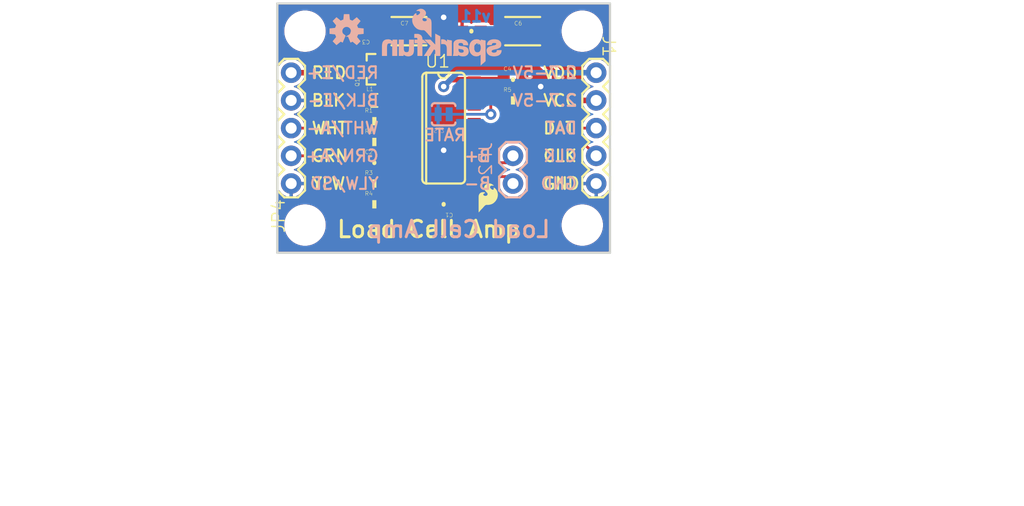
<source format=kicad_pcb>
(kicad_pcb (version 20240108) (generator "pcbnew") (generator_version "8.0")
  (layers (0 "F.Cu" signal) (31 "B.Cu" signal) (34 "B.Paste" user) (35 "F.Paste" user) (36 "B.SilkS" user "B.Silkscreen") (37 "F.SilkS" user "F.Silkscreen") (38 "B.Mask" user) (39 "F.Mask" user) (44 "Edge.Cuts" user))
  (net 0 "")
  (net 1 "GND")
  (net 2 "VCC")
  (net 3 "DAT")
  (net 4 "SCK")
  (net 5 "N$4")
  (net 6 "N$6")
  (net 7 "N$7")
  (net 8 "N$5")
  (net 9 "N$1")
  (net 10 "N$2")
  (net 11 "N$3")
  (net 12 "A-")
  (net 13 "A+")
  (net 14 "B+")
  (net 15 "B-")
  (net 16 "VDD")
  (net 17 "AVDD")
  (footprint "SparkFun_HX711_Load_Cell:1210" (layer "F.Cu") (at 155.7401 96.1136)
    (property "Reference" "C6" (at -0.8 -0.5 0) (layer "F.SilkS") (effects (font (size 0.373888 0.373888) (thickness 0.032512)) (justify left bottom)))
    (property "Value" "10uF")
    (pad "1" smd rect (at -1.6 0) (size 1.2 2) (layers "F.Cu" "F.Paste" "F.Mask") (net 2 "VCC"))
    (pad "2" smd rect (at 1.6 0) (size 1.2 2) (layers "F.Cu" "F.Paste" "F.Mask") (net 1 "GND"))
  )
  (footprint "SparkFun_HX711_Load_Cell:0603-RES" (layer "F.Cu") (at 154.8511 102.4636)
    (property "Reference" "R5" (at -0.889 -0.762 0) (layer "F.SilkS") (effects (font (size 0.373888 0.373888) (thickness 0.032512)) (justify left bottom)))
    (property "Value" "10K")
    (pad "1" smd rect (at -0.85 0) (size 1.1 1) (layers "F.Cu" "F.Paste" "F.Mask") (net 9 "N$1"))
    (pad "2" smd rect (at 0.85 0) (size 1.1 1) (layers "F.Cu" "F.Paste" "F.Mask") (net 2 "VCC"))
  )
  (footprint "SparkFun_HX711_Load_Cell:0805" (layer "F.Cu") (at 142.1511 102.4636)
    (property "Reference" "L1" (at -0.762 -0.8255 0) (layer "F.SilkS") (effects (font (size 0.373888 0.373888) (thickness 0.032512)) (justify left bottom)))
    (property "Value" "3.3uH")
    (pad "1" smd rect (at -0.9 0) (size 0.8 1.2) (layers "F.Cu" "F.Paste" "F.Mask") (net 17 "AVDD"))
    (pad "2" smd rect (at 0.9 0) (size 0.8 1.2) (layers "F.Cu" "F.Paste" "F.Mask") (net 8 "N$5"))
  )
  (footprint "SparkFun_HX711_Load_Cell:0603-CAP" (layer "F.Cu") (at 148.5011 111.9886 180)
    (property "Reference" "C1" (at -0.889 -0.762 180) (layer "F.SilkS") (effects (font (size 0.373888 0.373888) (thickness 0.032512)) (justify left bottom)))
    (property "Value" "0.1uF")
    (pad "1" smd rect (at -0.85 0 180) (size 1.1 1) (layers "F.Cu" "F.Paste" "F.Mask") (net 10 "N$2"))
    (pad "2" smd rect (at 0.85 0 180) (size 1.1 1) (layers "F.Cu" "F.Paste" "F.Mask") (net 11 "N$3"))
  )
  (footprint "SparkFun_HX711_Load_Cell:FIDUCIAL-1X2" (layer "F.Cu") (at 138.3411 97.3836)
    (property "Reference" "FID1" (hide yes))
    (property "Value" "FIDUCIAL1X2" (hide yes))
    (pad "1" smd roundrect (at 0 0) (size 1 1) (layers "F.Cu" "F.Mask") (roundrect_rratio 0.5))
  )
  (footprint "SparkFun_HX711_Load_Cell:0603-RES" (layer "F.Cu") (at 142.1511 110.0836)
    (property "Reference" "R3" (at -0.889 -0.762 0) (layer "F.SilkS") (effects (font (size 0.373888 0.373888) (thickness 0.032512)) (justify left bottom)))
    (property "Value" "100")
    (pad "1" smd rect (at -0.85 0) (size 1.1 1) (layers "F.Cu" "F.Paste" "F.Mask") (net 12 "A-"))
    (pad "2" smd rect (at 0.85 0) (size 1.1 1) (layers "F.Cu" "F.Paste" "F.Mask") (net 10 "N$2"))
  )
  (footprint "SparkFun_HX711_Load_Cell:FIDUCIAL-1X2" (layer "F.Cu") (at 158.6611 112.6236)
    (property "Reference" "FID2" (hide yes))
    (property "Value" "FIDUCIAL1X2" (hide yes))
    (pad "1" smd roundrect (at 0 0) (size 1 1) (layers "F.Cu" "F.Mask") (roundrect_rratio 0.5))
  )
  (footprint "SparkFun_HX711_Load_Cell:REVISION" (layer "F.Cu") (at 140.2461 139.2936)
    (property "Reference" "U$1" (hide yes))
    (property "Value" "REVISION" (hide yes))
  )
  (footprint "SparkFun_HX711_Load_Cell:STAND-OFF" (layer "F.Cu") (at 135.8011 113.8936)
    (property "Reference" "STANDOFF1" (hide yes))
    (property "Value" "STAND-OFF" (hide yes))
    (pad "" np_thru_hole circle (at 0 0) (size 3.302 3.302) (drill 3.302) (layers "*.Cu" "*.Mask"))
  )
  (footprint "SparkFun_HX711_Load_Cell:STAND-OFF" (layer "F.Cu") (at 161.2011 96.1136)
    (property "Reference" "STANDOFF4" (hide yes))
    (property "Value" "STAND-OFF" (hide yes))
    (pad "" np_thru_hole circle (at 0 0) (size 3.302 3.302) (drill 3.302) (layers "*.Cu" "*.Mask"))
  )
  (footprint "SparkFun_HX711_Load_Cell:0603-RES" (layer "F.Cu") (at 142.1511 111.9886)
    (property "Reference" "R4" (at -0.889 -0.762 0) (layer "F.SilkS") (effects (font (size 0.373888 0.373888) (thickness 0.032512)) (justify left bottom)))
    (property "Value" "100")
    (pad "1" smd rect (at -0.85 0) (size 1.1 1) (layers "F.Cu" "F.Paste" "F.Mask") (net 13 "A+"))
    (pad "2" smd rect (at 0.85 0) (size 1.1 1) (layers "F.Cu" "F.Paste" "F.Mask") (net 11 "N$3"))
  )
  (footprint "SparkFun_HX711_Load_Cell:1210" (layer "F.Cu") (at 145.3261 96.1136)
    (property "Reference" "C7" (at -0.8 -0.5 0) (layer "F.SilkS") (effects (font (size 0.373888 0.373888) (thickness 0.032512)) (justify left bottom)))
    (property "Value" "10uF")
    (pad "1" smd rect (at -1.6 0) (size 1.2 2) (layers "F.Cu" "F.Paste" "F.Mask") (net 17 "AVDD"))
    (pad "2" smd rect (at 1.6 0) (size 1.2 2) (layers "F.Cu" "F.Paste" "F.Mask") (net 1 "GND"))
  )
  (footprint "SparkFun_HX711_Load_Cell:0603-CAP" (layer "F.Cu") (at 151.0411 96.1136 180)
    (property "Reference" "C5" (at -0.889 -0.762 180) (layer "F.SilkS") (effects (font (size 0.373888 0.373888) (thickness 0.032512)) (justify left bottom)))
    (property "Value" "0.1uF")
    (pad "1" smd rect (at -0.85 0 180) (size 1.1 1) (layers "F.Cu" "F.Paste" "F.Mask") (net 2 "VCC"))
    (pad "2" smd rect (at 0.85 0 180) (size 1.1 1) (layers "F.Cu" "F.Paste" "F.Mask") (net 1 "GND"))
  )
  (footprint "SparkFun_HX711_Load_Cell:SFE_LOGO_FLAME_.1" (layer "F.Cu") (at 151.4221 113.0046)
    (property "Reference" "LOGO3" (hide yes))
    (property "Value" "SFE_LOGO_FLAME.1_INCH" (hide yes))
  )
  (footprint "SparkFun_HX711_Load_Cell:1X05" (layer "F.Cu") (at 134.5311 110.0836 90)
    (property "Reference" "JP4" (at -1.3462 -1.8288 90) (layer "F.SilkS") (effects (font (size 1.143 1.143) (thickness 0.127)) (justify right top)))
    (property "Value" "")
    (pad "1" thru_hole circle (at 0 0 180) (size 1.8796 1.8796) (drill 1.016) (layers "*.Cu" "*.Mask") (net 1 "GND"))
    (pad "2" thru_hole circle (at 2.54 0 180) (size 1.8796 1.8796) (drill 1.016) (layers "*.Cu" "*.Mask") (net 13 "A+"))
    (pad "3" thru_hole circle (at 5.08 0 180) (size 1.8796 1.8796) (drill 1.016) (layers "*.Cu" "*.Mask") (net 12 "A-"))
    (pad "4" thru_hole circle (at 7.62 0 180) (size 1.8796 1.8796) (drill 1.016) (layers "*.Cu" "*.Mask") (net 1 "GND"))
    (pad "5" thru_hole circle (at 10.16 0 180) (size 1.8796 1.8796) (drill 1.016) (layers "*.Cu" "*.Mask") (net 17 "AVDD"))
  )
  (footprint "SparkFun_HX711_Load_Cell:0603-CAP" (layer "F.Cu") (at 154.8511 100.5586)
    (property "Reference" "C4" (at -0.889 -0.762 0) (layer "F.SilkS") (effects (font (size 0.373888 0.373888) (thickness 0.032512)) (justify left bottom)))
    (property "Value" "0.1uF")
    (pad "1" smd rect (at -0.85 0) (size 1.1 1) (layers "F.Cu" "F.Paste" "F.Mask") (net 16 "VDD"))
    (pad "2" smd rect (at 0.85 0) (size 1.1 1) (layers "F.Cu" "F.Paste" "F.Mask") (net 1 "GND"))
  )
  (footprint "SparkFun_HX711_Load_Cell:0603-CAP" (layer "F.Cu") (at 140.8811 96.1136 180)
    (property "Reference" "C3" (at -0.889 -0.762 180) (layer "F.SilkS") (effects (font (size 0.373888 0.373888) (thickness 0.032512)) (justify left bottom)))
    (property "Value" "0.1uF")
    (pad "1" smd rect (at -0.85 0 180) (size 1.1 1) (layers "F.Cu" "F.Paste" "F.Mask") (net 17 "AVDD"))
    (pad "2" smd rect (at 0.85 0 180) (size 1.1 1) (layers "F.Cu" "F.Paste" "F.Mask") (net 1 "GND"))
  )
  (footprint "SparkFun_HX711_Load_Cell:0603-RES" (layer "F.Cu") (at 142.1511 104.3686)
    (property "Reference" "R1" (at -0.889 -0.762 0) (layer "F.SilkS") (effects (font (size 0.373888 0.373888) (thickness 0.032512)) (justify left bottom)))
    (property "Value" "20k")
    (pad "1" smd rect (at -0.85 0) (size 1.1 1) (layers "F.Cu" "F.Paste" "F.Mask") (net 6 "N$6"))
    (pad "2" smd rect (at 0.85 0) (size 1.1 1) (layers "F.Cu" "F.Paste" "F.Mask") (net 8 "N$5"))
  )
  (footprint "SparkFun_HX711_Load_Cell:SO16" (layer "F.Cu") (at 148.5011 105.0036 -90)
    (property "Reference" "U1" (at -5.461 1.778 0) (layer "F.SilkS") (effects (font (size 1.143 1.143) (thickness 0.127)) (justify left bottom)))
    (property "Value" "HX711")
    (pad "1" smd rect (at -4.445 2.8 270) (size 0.6 1.2) (layers "F.Cu" "F.Paste" "F.Mask") (net 2 "VCC"))
    (pad "2" smd rect (at -3.175 2.8 270) (size 0.6 1.2) (layers "F.Cu" "F.Paste" "F.Mask") (net 5 "N$4"))
    (pad "3" smd rect (at -1.905 2.8 270) (size 0.6 1.2) (layers "F.Cu" "F.Paste" "F.Mask") (net 8 "N$5"))
    (pad "4" smd rect (at -0.635 2.8 270) (size 0.6 1.2) (layers "F.Cu" "F.Paste" "F.Mask") (net 6 "N$6"))
    (pad "5" smd rect (at 0.635 2.8 270) (size 0.6 1.2) (layers "F.Cu" "F.Paste" "F.Mask") (net 1 "GND"))
    (pad "6" smd rect (at 1.905 2.8 270) (size 0.6 1.2) (layers "F.Cu" "F.Paste" "F.Mask") (net 7 "N$7"))
    (pad "7" smd rect (at 3.175 2.8 270) (size 0.6 1.2) (layers "F.Cu" "F.Paste" "F.Mask") (net 10 "N$2"))
    (pad "8" smd rect (at 4.445 2.8 270) (size 0.6 1.2) (layers "F.Cu" "F.Paste" "F.Mask") (net 11 "N$3"))
    (pad "9" smd rect (at 4.445 -2.8 270) (size 0.6 1.2) (layers "F.Cu" "F.Paste" "F.Mask") (net 15 "B-"))
    (pad "10" smd rect (at 3.175 -2.8 270) (size 0.6 1.2) (layers "F.Cu" "F.Paste" "F.Mask") (net 14 "B+"))
    (pad "11" smd rect (at 1.905 -2.8 270) (size 0.6 1.2) (layers "F.Cu" "F.Paste" "F.Mask") (net 4 "SCK"))
    (pad "12" smd rect (at 0.635 -2.8 270) (size 0.6 1.2) (layers "F.Cu" "F.Paste" "F.Mask") (net 3 "DAT"))
    (pad "13" smd rect (at -0.635 -2.8 270) (size 0.6 1.2) (layers "F.Cu" "F.Paste" "F.Mask"))
    (pad "14" smd rect (at -1.905 -2.8 270) (size 0.6 1.2) (layers "F.Cu" "F.Paste" "F.Mask") (net 1 "GND"))
    (pad "15" smd rect (at -3.175 -2.8 270) (size 0.6 1.2) (layers "F.Cu" "F.Paste" "F.Mask") (net 9 "N$1"))
    (pad "16" smd rect (at -4.445 -2.8 270) (size 0.6 1.2) (layers "F.Cu" "F.Paste" "F.Mask") (net 16 "VDD"))
  )
  (footprint "SparkFun_HX711_Load_Cell:STAND-OFF" (layer "F.Cu") (at 161.2011 113.8936)
    (property "Reference" "STANDOFF2" (hide yes))
    (property "Value" "STAND-OFF" (hide yes))
    (pad "" np_thru_hole circle (at 0 0) (size 3.302 3.302) (drill 3.302) (layers "*.Cu" "*.Mask"))
  )
  (footprint "SparkFun_HX711_Load_Cell:1X05" (layer "F.Cu") (at 162.4711 99.9236 -90)
    (property "Reference" "J1" (at -1.3462 -1.8288 -90) (layer "F.SilkS") (effects (font (size 1.143 1.143) (thickness 0.127)) (justify right top)))
    (property "Value" "")
    (pad "1" thru_hole circle (at 0 0) (size 1.8796 1.8796) (drill 1.016) (layers "*.Cu" "*.Mask") (net 16 "VDD"))
    (pad "2" thru_hole circle (at 2.54 0) (size 1.8796 1.8796) (drill 1.016) (layers "*.Cu" "*.Mask") (net 2 "VCC"))
    (pad "3" thru_hole circle (at 5.08 0) (size 1.8796 1.8796) (drill 1.016) (layers "*.Cu" "*.Mask") (net 3 "DAT"))
    (pad "4" thru_hole circle (at 7.62 0) (size 1.8796 1.8796) (drill 1.016) (layers "*.Cu" "*.Mask") (net 4 "SCK"))
    (pad "5" thru_hole circle (at 10.16 0) (size 1.8796 1.8796) (drill 1.016) (layers "*.Cu" "*.Mask") (net 1 "GND"))
  )
  (footprint "SparkFun_HX711_Load_Cell:SOT23-3" (layer "F.Cu") (at 142.1511 99.6061 90)
    (property "Reference" "Q1" (at -0.8255 -1.778 90) (layer "F.SilkS") (effects (font (size 0.373888 0.373888) (thickness 0.032512)) (justify right top)))
    (property "Value" "MMBT4403")
    (pad "1" smd rect (at -0.95 1 90) (size 0.8 0.9) (layers "F.Cu" "F.Paste" "F.Mask") (net 5 "N$4"))
    (pad "2" smd rect (at 0.95 1 90) (size 0.8 0.9) (layers "F.Cu" "F.Paste" "F.Mask") (net 2 "VCC"))
    (pad "3" smd rect (at 0 -1.1 90) (size 0.8 0.9) (layers "F.Cu" "F.Paste" "F.Mask") (net 8 "N$5"))
  )
  (footprint "SparkFun_HX711_Load_Cell:0603-RES" (layer "F.Cu") (at 142.1511 106.2736)
    (property "Reference" "R2" (at -0.889 -0.762 0) (layer "F.SilkS") (effects (font (size 0.373888 0.373888) (thickness 0.032512)) (justify left bottom)))
    (property "Value" "8.2K")
    (pad "1" smd rect (at -0.85 0) (size 1.1 1) (layers "F.Cu" "F.Paste" "F.Mask") (net 1 "GND"))
    (pad "2" smd rect (at 0.85 0) (size 1.1 1) (layers "F.Cu" "F.Paste" "F.Mask") (net 6 "N$6"))
  )
  (footprint "SparkFun_HX711_Load_Cell:CREATIVE_COMMONS" (layer "F.Cu") (at 128.1811 135.4836)
    (property "Reference" "FRAME1" (hide yes))
    (property "Value" "FRAME-LETTER" (hide yes))
  )
  (footprint "SparkFun_HX711_Load_Cell:0603-CAP" (layer "F.Cu") (at 142.1511 108.1786)
    (property "Reference" "C2" (at -0.889 -0.762 0) (layer "F.SilkS") (effects (font (size 0.373888 0.373888) (thickness 0.032512)) (justify left bottom)))
    (property "Value" "0.1uF")
    (pad "1" smd rect (at -0.85 0) (size 1.1 1) (layers "F.Cu" "F.Paste" "F.Mask") (net 1 "GND"))
    (pad "2" smd rect (at 0.85 0) (size 1.1 1) (layers "F.Cu" "F.Paste" "F.Mask") (net 7 "N$7"))
  )
  (footprint "SparkFun_HX711_Load_Cell:STAND-OFF" (layer "F.Cu") (at 135.8011 96.1136)
    (property "Reference" "STANDOFF3" (hide yes))
    (property "Value" "STAND-OFF" (hide yes))
    (pad "" np_thru_hole circle (at 0 0) (size 3.302 3.302) (drill 3.302) (layers "*.Cu" "*.Mask"))
  )
  (footprint "SparkFun_HX711_Load_Cell:1X02" (layer "B.Cu") (at 154.8511 107.5436 -90)
    (property "Reference" "JP2" (at -1.3462 1.8288 90) (layer "B.SilkS") (effects (font (size 1.143 1.143) (thickness 0.127)) (justify left bottom mirror)))
    (property "Value" "")
    (pad "1" thru_hole circle (at 0 0 180) (size 1.8796 1.8796) (drill 1.016) (layers "*.Cu" "*.Mask") (net 14 "B+"))
    (pad "2" thru_hole circle (at 2.54 0 180) (size 1.8796 1.8796) (drill 1.016) (layers "*.Cu" "*.Mask") (net 15 "B-"))
  )
  (footprint "SparkFun_HX711_Load_Cell:OSHW-LOGO-S" (layer "B.Cu") (at 139.6111 96.1136 180)
    (property "Reference" "U7" (hide yes))
    (property "Value" "OSHW-LOGOS" (hide yes))
  )
  (footprint "SparkFun_HX711_Load_Cell:SFE_LOGO_NAME_FLAME_.1" (layer "B.Cu") (at 154.2161 99.2886 180)
    (property "Reference" "LOGO1" (hide yes))
    (property "Value" "SFE_LOGO_NAME_FLAME.1_INCH" (hide yes))
  )
  (footprint "SparkFun_HX711_Load_Cell:PAD-JUMPER-2-NC_BY_TRACE_YES_SILK" (layer "B.Cu") (at 148.5011 103.7336)
    (property "Reference" "SJ2" (at -0.9525 1.27 180) (layer "B.SilkS") (effects (font (size 0.373888 0.373888) (thickness 0.032512)) (justify left bottom mirror)))
    (property "Value" "")
    (fp_line (start 0.381 0) (end -0.381 0) (stroke (width 0.254)) (layer "B.Cu"))
    (pad "1" smd rect (at -0.508 0) (size 0.635 1.27) (layers "B.Cu" "B.Mask") (net 1 "GND"))
    (pad "2" smd rect (at 0.508 0) (size 0.635 1.27) (layers "B.Cu" "B.Mask") (net 9 "N$1"))
  )
  (gr_line (start 133.2611 93.5736) (end 163.7411 93.5736) (stroke (width 0.2032)) (layer "Edge.Cuts"))
  (gr_line (start 133.2611 116.4336) (end 133.2611 93.5736) (stroke (width 0.2032)) (layer "Edge.Cuts"))
  (gr_line (start 163.7411 93.5736) (end 163.7411 116.4336) (stroke (width 0.2032)) (layer "Edge.Cuts"))
  (gr_line (start 163.7411 116.4336) (end 133.2611 116.4336) (stroke (width 0.2032)) (layer "Edge.Cuts"))
  (gr_text "v11" (at 152.9461 95.3516 0) (layer "B.Cu") (effects (font (size 1.016 1.016) (thickness 0.254)) (justify left bottom mirror)))
  (gr_text "B+" (at 152.9461 108.1786 0) (layer "B.SilkS") (effects (font (size 1.0795 1.0795) (thickness 0.1905)) (justify left bottom mirror)))
  (gr_text "GND" (at 160.8201 110.7186 0) (layer "B.SilkS") (effects (font (size 1.0795 1.0795) (thickness 0.1905)) (justify left bottom mirror)))
  (gr_text "WHT/A-" (at 142.6591 105.6386 0) (layer "B.SilkS") (effects (font (size 1.0795 1.0795) (thickness 0.1905)) (justify left bottom mirror)))
  (gr_text "GRN/A+" (at 142.6591 108.1786 0) (layer "B.SilkS") (effects (font (size 1.0795 1.0795) (thickness 0.1905)) (justify left bottom mirror)))
  (gr_text "YLW/SD" (at 142.6591 110.7186 0) (layer "B.SilkS") (effects (font (size 1.0795 1.0795) (thickness 0.1905)) (justify left bottom mirror)))
  (gr_text "DAT" (at 160.8201 105.6386 0) (layer "B.SilkS") (effects (font (size 1.0795 1.0795) (thickness 0.1905)) (justify left bottom mirror)))
  (gr_text "Load Cell Amp" (at 158.4071 115.1636 0) (layer "B.SilkS") (effects (font (size 1.5113 1.5113) (thickness 0.2667)) (justify left bottom mirror)))
  (gr_text "B-" (at 152.9461 110.7186 0) (layer "B.SilkS") (effects (font (size 1.0795 1.0795) (thickness 0.1905)) (justify left bottom mirror)))
  (gr_text "2.7-5V" (at 160.8201 103.0986 0) (layer "B.SilkS") (effects (font (size 1.0795 1.0795) (thickness 0.1905)) (justify left bottom mirror)))
  (gr_text "BLK/E-" (at 142.6591 103.0986 0) (layer "B.SilkS") (effects (font (size 1.0795 1.0795) (thickness 0.1905)) (justify left bottom mirror)))
  (gr_text "RATE" (at 150.6601 106.2736 0) (layer "B.SilkS") (effects (font (size 1.0795 1.0795) (thickness 0.1905)) (justify left bottom mirror)))
  (gr_text "RED/E+" (at 142.6591 100.5586 0) (layer "B.SilkS") (effects (font (size 1.0795 1.0795) (thickness 0.1905)) (justify left bottom mirror)))
  (gr_text "CLK" (at 160.8201 108.1786 0) (layer "B.SilkS") (effects (font (size 1.0795 1.0795) (thickness 0.1905)) (justify left bottom mirror)))
  (gr_text "2.7-5V" (at 160.8201 100.5586 0) (layer "B.SilkS") (effects (font (size 1.0795 1.0795) (thickness 0.1905)) (justify left bottom mirror)))
  (gr_text "VCC" (at 157.5181 103.0986 0) (layer "F.SilkS") (effects (font (size 1.0795 1.0795) (thickness 0.1905)) (justify left bottom)))
  (gr_text "YLW" (at 136.3091 110.7186 0) (layer "F.SilkS") (effects (font (size 1.0795 1.0795) (thickness 0.1905)) (justify left bottom)))
  (gr_text "Load Cell Amp" (at 138.5951 115.1636 0) (layer "F.SilkS") (effects (font (size 1.5113 1.5113) (thickness 0.2667)) (justify left bottom)))
  (gr_text "GRN" (at 136.3091 108.1786 0) (layer "F.SilkS") (effects (font (size 1.0795 1.0795) (thickness 0.1905)) (justify left bottom)))
  (gr_text "BLK" (at 136.3091 103.0986 0) (layer "F.SilkS") (effects (font (size 1.0795 1.0795) (thickness 0.1905)) (justify left bottom)))
  (gr_text "DAT" (at 157.5181 105.6386 0) (layer "F.SilkS") (effects (font (size 1.0795 1.0795) (thickness 0.1905)) (justify left bottom)))
  (gr_text "VDD" (at 157.5181 100.5586 0) (layer "F.SilkS") (effects (font (size 1.0795 1.0795) (thickness 0.1905)) (justify left bottom)))
  (gr_text "CLK" (at 157.5181 108.1786 0) (layer "F.SilkS") (effects (font (size 1.0795 1.0795) (thickness 0.1905)) (justify left bottom)))
  (gr_text "RED" (at 136.3091 100.5586 0) (layer "F.SilkS") (effects (font (size 1.0795 1.0795) (thickness 0.1905)) (justify left bottom)))
  (gr_text "GND" (at 157.5181 110.7186 0) (layer "F.SilkS") (effects (font (size 1.0795 1.0795) (thickness 0.1905)) (justify left bottom)))
  (gr_text "WHT" (at 136.3091 105.6386 0) (layer "F.SilkS") (effects (font (size 1.0795 1.0795) (thickness 0.1905)) (justify left bottom)))
  (via (at 148.5011 107.0356) (size 1.016) (drill 0.508) (layers "F.Cu" "B.Cu") (net 1))
  (via (at 148.5011 94.8436) (size 1.016) (drill 0.508) (layers "F.Cu" "B.Cu") (net 1))
  (via (at 157.3911 101.1936) (size 1.016) (drill 0.508) (layers "F.Cu" "B.Cu") (net 1))
  (segment (start 152.9461 98.6536) (end 152.9461 96.1136) (width 0.508) (layer "F.Cu") (net 2))
  (segment (start 151.2951 98.6536) (end 145.7011 98.6536) (width 0.508) (layer "F.Cu") (net 2))
  (segment (start 158.6611 102.4636) (end 162.4711 102.4636) (width 0.508) (layer "F.Cu") (net 2))
  (segment (start 158.6611 99.9236) (end 157.3911 98.6536) (width 0.508) (layer "F.Cu") (net 2))
  (segment (start 145.7011 98.6536) (end 143.1511 98.6536) (width 0.508) (layer "F.Cu") (net 2))
  (segment (start 158.6611 102.4636) (end 158.6611 99.9236) (width 0.508) (layer "F.Cu") (net 2))
  (segment (start 145.7011 100.5586) (end 145.7011 98.6536) (width 0.508) (layer "F.Cu") (net 2))
  (segment (start 151.8911 96.1136) (end 152.9461 96.1136) (width 0.508) (layer "F.Cu") (net 2))
  (segment (start 151.3011 98.6596) (end 151.2951 98.6536) (width 0.508) (layer "F.Cu") (net 2))
  (segment (start 157.3911 98.6536) (end 152.9461 98.6536) (width 0.508) (layer "F.Cu") (net 2))
  (segment (start 143.1511 98.6561) (end 143.1511 98.6536) (width 0.508) (layer "F.Cu") (net 2))
  (segment (start 151.2951 98.6536) (end 152.9461 98.6536) (width 0.508) (layer "F.Cu") (net 2))
  (segment (start 155.7011 102.4636) (end 158.6611 102.4636) (width 0.508) (layer "F.Cu") (net 2))
  (segment (start 152.9461 96.1136) (end 154.1401 96.1136) (width 0.508) (layer "F.Cu") (net 2))
  (segment (start 152.9461 105.6386) (end 153.5811 105.0036) (width 0.254) (layer "F.Cu") (net 3))
  (segment (start 153.5811 105.0036) (end 162.4711 105.0036) (width 0.254) (layer "F.Cu") (net 3))
  (segment (start 151.3011 105.6386) (end 152.9461 105.6386) (width 0.254) (layer "F.Cu") (net 3))
  (segment (start 161.2011 106.2736) (end 162.4711 107.5436) (width 0.254) (layer "F.Cu") (net 4))
  (segment (start 152.9461 106.9086) (end 153.5811 106.2736) (width 0.254) (layer "F.Cu") (net 4))
  (segment (start 151.3011 106.9086) (end 152.9461 106.9086) (width 0.254) (layer "F.Cu") (net 4))
  (segment (start 153.5811 106.2736) (end 161.2011 106.2736) (width 0.254) (layer "F.Cu") (net 4))
  (segment (start 143.1511 100.5561) (end 144.255718 100.5561) (width 0.254) (layer "F.Cu") (net 5))
  (segment (start 144.255718 100.5561) (end 144.4371 100.737482) (width 0.254) (layer "F.Cu") (net 5))
  (segment (start 144.4371 100.737482) (end 144.4371 101.7016) (width 0.254) (layer "F.Cu") (net 5))
  (segment (start 144.5641 101.8286) (end 145.7011 101.8286) (width 0.254) (layer "F.Cu") (net 5))
  (segment (start 144.4371 101.7016) (end 144.5641 101.8286) (width 0.254) (layer "F.Cu") (net 5))
  (segment (start 144.3101 105.2576) (end 144.3101 104.652579) (width 0.254) (layer "F.Cu") (net 6))
  (segment (start 144.594078 104.3686) (end 145.7011 104.3686) (width 0.254) (layer "F.Cu") (net 6))
  (segment (start 144.3101 105.989622) (end 144.3101 105.2576) (width 0.254) (layer "F.Cu") (net 6))
  (segment (start 143.0011 106.2736) (end 144.026121 106.2736) (width 0.254) (layer "F.Cu") (net 6))
  (segment (start 141.569909 105.2576) (end 144.3101 105.2576) (width 0.254) (layer "F.Cu") (net 6))
  (segment (start 141.3011 104.3686) (end 141.3011 104.988791) (width 0.254) (layer "F.Cu") (net 6))
  (segment (start 141.3011 104.988791) (end 141.569909 105.2576) (width 0.254) (layer "F.Cu") (net 6))
  (segment (start 144.3101 104.652579) (end 144.594078 104.3686) (width 0.254) (layer "F.Cu") (net 6))
  (segment (start 144.026121 106.2736) (end 144.3101 105.989622) (width 0.254) (layer "F.Cu") (net 6))
  (segment (start 143.852196 108.1786) (end 144.3101 107.720697) (width 0.254) (layer "F.Cu") (net 7))
  (segment (start 144.3101 107.366504) (end 144.768003 106.9086) (width 0.254) (layer "F.Cu") (net 7))
  (segment (start 143.0011 108.1786) (end 143.852196 108.1786) (width 0.254) (layer "F.Cu") (net 7))
  (segment (start 144.3101 107.720697) (end 144.3101 107.366504) (width 0.254) (layer "F.Cu") (net 7))
  (segment (start 144.768003 106.9086) (end 145.7011 106.9086) (width 0.254) (layer "F.Cu") (net 7))
  (segment (start 143.0511 101.7126) (end 142.7861 101.4476) (width 0.254) (layer "F.Cu") (net 8))
  (segment (start 141.412171 101.4476) (end 141.0511 101.086529) (width 0.254) (layer "F.Cu") (net 8))
  (segment (start 143.0511 103.4796) (end 143.0511 104.3686) (width 0.508) (layer "F.Cu") (net 8))
  (segment (start 145.7011 103.0986) (end 144.487196 103.0986) (width 0.508) (layer "F.Cu") (net 8))
  (segment (start 142.7861 101.4476) (end 141.412171 101.4476) (width 0.254) (layer "F.Cu") (net 8))
  (segment (start 143.0511 102.4636) (end 143.0511 103.4796) (width 0.508) (layer "F.Cu") (net 8))
  (segment (start 143.0511 102.4636) (end 143.0511 101.7126) (width 0.254) (layer "F.Cu") (net 8))
  (segment (start 141.0511 101.086529) (end 141.0511 99.6061) (width 0.254) (layer "F.Cu") (net 8))
  (segment (start 144.106196 103.4796) (end 143.0511 103.4796) (width 0.508) (layer "F.Cu") (net 8))
  (segment (start 143.0511 104.3686) (end 143.0011 104.3686) (width 0.508) (layer "F.Cu") (net 8))
  (segment (start 144.487196 103.0986) (end 144.106196 103.4796) (width 0.508) (layer "F.Cu") (net 8))
  (segment (start 154.0011 102.4636) (end 152.8191 102.4636) (width 0.254) (layer "F.Cu") (net 9))
  (segment (start 151.3011 101.8286) (end 152.535121 101.8286) (width 0.254) (layer "F.Cu") (net 9))
  (segment (start 152.8191 102.112579) (end 152.8191 102.4636) (width 0.254) (layer "F.Cu") (net 9))
  (segment (start 152.8191 103.7336) (end 152.8191 102.4636) (width 0.254) (layer "F.Cu") (net 9))
  (segment (start 152.535121 101.8286) (end 152.8191 102.112579) (width 0.254) (layer "F.Cu") (net 9))
  (via (at 152.8191 103.7336) (size 1.016) (drill 0.508) (layers "F.Cu" "B.Cu") (net 9))
  (segment (start 149.0091 103.7336) (end 152.8191 103.7336) (width 0.254) (layer "B.Cu") (net 9))
  (segment (start 144.3101 109.625697) (end 144.3101 108.717413) (width 0.254) (layer "F.Cu") (net 10))
  (segment (start 148.388837 108.1786) (end 149.3511 109.140863) (width 0.254) (layer "F.Cu") (net 10))
  (segment (start 143.852196 110.0836) (end 144.3101 109.625697) (width 0.254) (layer "F.Cu") (net 10))
  (segment (start 145.7011 108.1786) (end 148.388837 108.1786) (width 0.254) (layer "F.Cu") (net 10))
  (segment (start 149.3511 109.140863) (end 149.3511 111.9886) (width 0.254) (layer "F.Cu") (net 10))
  (segment (start 144.3101 108.717413) (end 144.848912 108.1786) (width 0.254) (layer "F.Cu") (net 10))
  (segment (start 143.0011 110.0836) (end 143.852196 110.0836) (width 0.254) (layer "F.Cu") (net 10))
  (segment (start 144.848912 108.1786) (end 145.7011 108.1786) (width 0.254) (layer "F.Cu") (net 10))
  (segment (start 145.7011 111.9886) (end 147.6511 111.9886) (width 0.254) (layer "F.Cu") (net 11))
  (segment (start 143.0011 111.9886) (end 144.6911 111.9886) (width 0.254) (layer "F.Cu") (net 11))
  (segment (start 145.7011 109.4486) (end 145.7011 111.9886) (width 0.254) (layer "F.Cu") (net 11))
  (segment (start 145.7011 111.9886) (end 144.6911 111.9886) (width 0.254) (layer "F.Cu") (net 11))
  (segment (start 138.3411 106.2736) (end 138.3411 108.8136) (width 0.254) (layer "F.Cu") (net 12))
  (segment (start 137.0711 105.0036) (end 138.3411 106.2736) (width 0.254) (layer "F.Cu") (net 12))
  (segment (start 138.3411 108.8136) (end 139.6111 110.0836) (width 0.254) (layer "F.Cu") (net 12))
  (segment (start 134.5311 105.0036) (end 137.0711 105.0036) (width 0.254) (layer "F.Cu") (net 12))
  (segment (start 139.6111 110.0836) (end 141.3011 110.0836) (width 0.254) (layer "F.Cu") (net 12))
  (segment (start 137.0711 110.568697) (end 137.0711 108.800835) (width 0.254) (layer "F.Cu") (net 13))
  (segment (start 141.3011 111.9886) (end 138.491003 111.9886) (width 0.254) (layer "F.Cu") (net 13))
  (segment (start 137.0711 108.800835) (end 135.813865 107.5436) (width 0.254) (layer "F.Cu") (net 13))
  (segment (start 138.491003 111.9886) (end 137.0711 110.568697) (width 0.254) (layer "F.Cu") (net 13))
  (segment (start 135.813865 107.5436) (end 134.5311 107.5436) (width 0.254) (layer "F.Cu") (net 13))
  (segment (start 151.3011 108.1786) (end 154.2161 108.1786) (width 0.254) (layer "F.Cu") (net 14))
  (segment (start 154.2161 108.1786) (end 154.8511 107.5436) (width 0.254) (layer "F.Cu") (net 14))
  (segment (start 151.3011 109.4486) (end 154.2161 109.4486) (width 0.254) (layer "F.Cu") (net 15))
  (segment (start 154.2161 109.4486) (end 154.8511 110.0836) (width 0.254) (layer "F.Cu") (net 15))
  (segment (start 149.1361 100.5586) (end 148.5011 101.1936) (width 0.508) (layer "F.Cu") (net 16))
  (segment (start 154.0011 100.5586) (end 151.3011 100.5586) (width 0.508) (layer "F.Cu") (net 16))
  (segment (start 154.0011 100.5586) (end 149.1361 100.5586) (width 0.508) (layer "F.Cu") (net 16))
  (via (at 148.5011 101.1936) (size 1.016) (drill 0.508) (layers "F.Cu" "B.Cu") (net 16))
  (segment (start 148.5011 101.1936) (end 149.7711 99.9236) (width 0.508) (layer "B.Cu") (net 16))
  (segment (start 149.7711 99.9236) (end 162.4711 99.9236) (width 0.508) (layer "B.Cu") (net 16))
  (segment (start 141.2511 102.4636) (end 140.13715 102.4636) (width 0.508) (layer "F.Cu") (net 17))
  (segment (start 140.13715 102.4636) (end 138.3411 100.66755) (width 0.508) (layer "F.Cu") (net 17))
  (segment (start 141.7311 97.235479) (end 141.7311 96.1136) (width 0.508) (layer "F.Cu") (net 17))
  (segment (start 138.3411 99.9236) (end 134.5311 99.9236) (width 0.508) (layer "F.Cu") (net 17))
  (segment (start 139.691128 98.0186) (end 140.947978 98.0186) (width 0.508) (layer "F.Cu") (net 17))
  (segment (start 138.3411 99.368629) (end 139.691128 98.0186) (width 0.508) (layer "F.Cu") (net 17))
  (segment (start 138.3411 100.66755) (end 138.3411 99.9236) (width 0.508) (layer "F.Cu") (net 17))
  (segment (start 140.947978 98.0186) (end 141.7311 97.235479) (width 0.508) (layer "F.Cu") (net 17))
  (segment (start 141.7311 96.1136) (end 143.7261 96.1136) (width 0.508) (layer "F.Cu") (net 17))
  (segment (start 138.3411 99.9236) (end 138.3411 99.368629) (width 0.508) (layer "F.Cu") (net 17))
  (zone (net 1) (net_name "GND") (layer "F.Cu") (priority 6) (connect_pads (clearance 0.3048)) (min_thickness 0.127) (fill yes (thermal_gap 0.304) (thermal_bridge_width 0.304))
    (polygon (pts (xy 163.8681 116.5606) (xy 133.1341 116.5606) (xy 133.1341 93.4466) (xy 163.8681 93.4466)))
  )
  (zone (net 1) (net_name "GND") (layer "B.Cu") (priority 6) (connect_pads (clearance 0.3048)) (min_thickness 0.127) (fill yes (thermal_gap 0.304) (thermal_bridge_width 0.304))
    (polygon (pts (xy 163.8681 116.5606) (xy 133.1341 116.5606) (xy 133.1341 93.4466) (xy 163.8681 93.4466)))
  )
)
</source>
